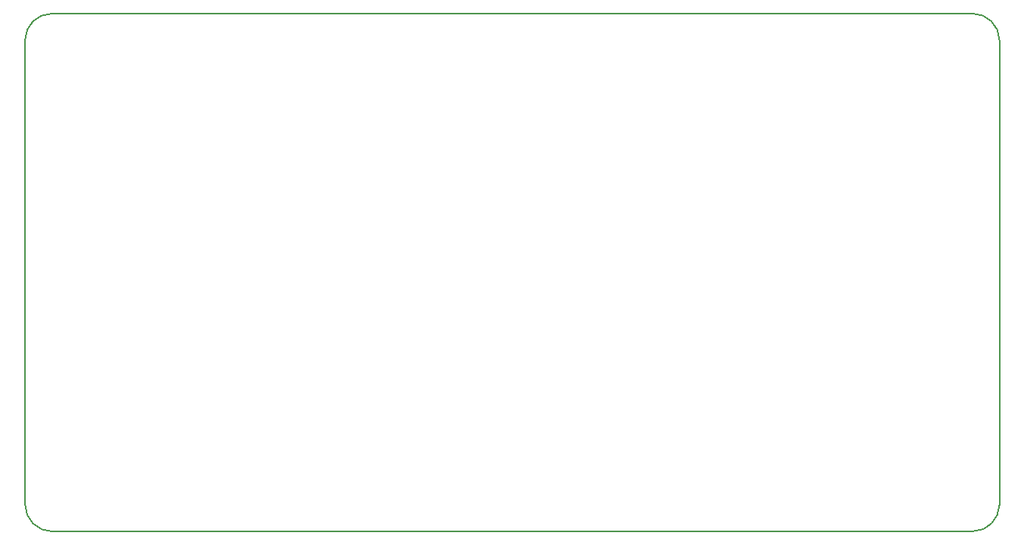
<source format=gbr>
%TF.GenerationSoftware,KiCad,Pcbnew,7.0.9*%
%TF.CreationDate,2024-03-07T17:23:47+01:00*%
%TF.ProjectId,zenFlow,7a656e46-6c6f-4772-9e6b-696361645f70,1*%
%TF.SameCoordinates,Original*%
%TF.FileFunction,Profile,NP*%
%FSLAX46Y46*%
G04 Gerber Fmt 4.6, Leading zero omitted, Abs format (unit mm)*
G04 Created by KiCad (PCBNEW 7.0.9) date 2024-03-07 17:23:47*
%MOMM*%
%LPD*%
G01*
G04 APERTURE LIST*
%TA.AperFunction,Profile*%
%ADD10C,0.150000*%
%TD*%
G04 APERTURE END LIST*
D10*
X145800000Y-124000000D02*
X145800000Y-176000000D01*
X148800000Y-179000000D02*
X251800000Y-179000000D01*
X254800000Y-176000000D02*
X254800000Y-124000000D01*
X251800000Y-121000000D02*
X148800000Y-121000000D01*
X145800000Y-176000000D02*
G75*
G03*
X148800000Y-179000000I3000000J0D01*
G01*
X251800000Y-179000000D02*
G75*
G03*
X254800000Y-176000000I0J3000000D01*
G01*
X254800000Y-124000000D02*
G75*
G03*
X251800000Y-121000000I-3000000J0D01*
G01*
X148800000Y-121000000D02*
G75*
G03*
X145800000Y-124000000I0J-3000000D01*
G01*
M02*

</source>
